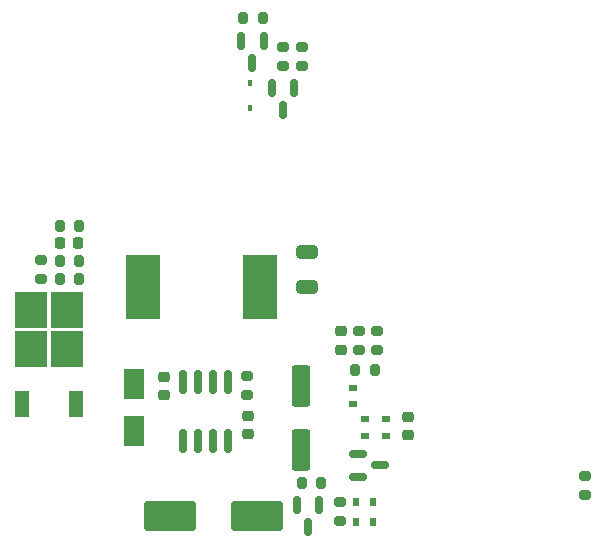
<source format=gbr>
%TF.GenerationSoftware,KiCad,Pcbnew,(6.0.11-0)*%
%TF.CreationDate,2023-05-17T22:58:47+12:00*%
%TF.ProjectId,controller-lower-cut,636f6e74-726f-46c6-9c65-722d6c6f7765,3.2*%
%TF.SameCoordinates,PX1c9c380PY1312d00*%
%TF.FileFunction,Paste,Top*%
%TF.FilePolarity,Positive*%
%FSLAX46Y46*%
G04 Gerber Fmt 4.6, Leading zero omitted, Abs format (unit mm)*
G04 Created by KiCad (PCBNEW (6.0.11-0)) date 2023-05-17 22:58:47*
%MOMM*%
%LPD*%
G01*
G04 APERTURE LIST*
G04 Aperture macros list*
%AMRoundRect*
0 Rectangle with rounded corners*
0 $1 Rounding radius*
0 $2 $3 $4 $5 $6 $7 $8 $9 X,Y pos of 4 corners*
0 Add a 4 corners polygon primitive as box body*
4,1,4,$2,$3,$4,$5,$6,$7,$8,$9,$2,$3,0*
0 Add four circle primitives for the rounded corners*
1,1,$1+$1,$2,$3*
1,1,$1+$1,$4,$5*
1,1,$1+$1,$6,$7*
1,1,$1+$1,$8,$9*
0 Add four rect primitives between the rounded corners*
20,1,$1+$1,$2,$3,$4,$5,0*
20,1,$1+$1,$4,$5,$6,$7,0*
20,1,$1+$1,$6,$7,$8,$9,0*
20,1,$1+$1,$8,$9,$2,$3,0*%
G04 Aperture macros list end*
%ADD10R,2.900000X5.400000*%
%ADD11RoundRect,0.225000X0.250000X-0.225000X0.250000X0.225000X-0.250000X0.225000X-0.250000X-0.225000X0*%
%ADD12RoundRect,0.225000X-0.250000X0.225000X-0.250000X-0.225000X0.250000X-0.225000X0.250000X0.225000X0*%
%ADD13RoundRect,0.200000X-0.275000X0.200000X-0.275000X-0.200000X0.275000X-0.200000X0.275000X0.200000X0*%
%ADD14RoundRect,0.200000X0.275000X-0.200000X0.275000X0.200000X-0.275000X0.200000X-0.275000X-0.200000X0*%
%ADD15R,0.700000X0.600000*%
%ADD16RoundRect,0.200000X-0.200000X-0.275000X0.200000X-0.275000X0.200000X0.275000X-0.200000X0.275000X0*%
%ADD17R,0.600000X0.700000*%
%ADD18RoundRect,0.150000X-0.150000X0.587500X-0.150000X-0.587500X0.150000X-0.587500X0.150000X0.587500X0*%
%ADD19R,2.750000X3.050000*%
%ADD20R,1.200000X2.200000*%
%ADD21RoundRect,0.250000X-1.950000X-1.000000X1.950000X-1.000000X1.950000X1.000000X-1.950000X1.000000X0*%
%ADD22RoundRect,0.250000X-0.550000X1.500000X-0.550000X-1.500000X0.550000X-1.500000X0.550000X1.500000X0*%
%ADD23RoundRect,0.250000X-0.650000X0.325000X-0.650000X-0.325000X0.650000X-0.325000X0.650000X0.325000X0*%
%ADD24R,0.450000X0.600000*%
%ADD25RoundRect,0.200000X0.200000X0.275000X-0.200000X0.275000X-0.200000X-0.275000X0.200000X-0.275000X0*%
%ADD26RoundRect,0.150000X0.150000X-0.825000X0.150000X0.825000X-0.150000X0.825000X-0.150000X-0.825000X0*%
%ADD27RoundRect,0.225000X0.225000X0.250000X-0.225000X0.250000X-0.225000X-0.250000X0.225000X-0.250000X0*%
%ADD28RoundRect,0.150000X-0.587500X-0.150000X0.587500X-0.150000X0.587500X0.150000X-0.587500X0.150000X0*%
%ADD29R,1.800000X2.500000*%
G04 APERTURE END LIST*
D10*
%TO.C,L1*%
X27600000Y-61410000D03*
X37500000Y-61410000D03*
%TD*%
D11*
%TO.C,C5*%
X36500000Y-73875000D03*
X36500000Y-72325000D03*
%TD*%
D12*
%TO.C,C1*%
X44400000Y-65150000D03*
X44400000Y-66700000D03*
%TD*%
D13*
%TO.C,R12*%
X36449999Y-68935000D03*
X36449999Y-70585000D03*
%TD*%
D14*
%TO.C,R6*%
X45900000Y-66750000D03*
X45900000Y-65100000D03*
%TD*%
%TO.C,R14*%
X41140000Y-42725000D03*
X41140000Y-41075000D03*
%TD*%
D15*
%TO.C,D3*%
X46400000Y-73992893D03*
X46400000Y-72592893D03*
%TD*%
D13*
%TO.C,R15*%
X39500000Y-41075000D03*
X39500000Y-42725000D03*
%TD*%
D16*
%TO.C,R7*%
X20575000Y-60700000D03*
X22225000Y-60700000D03*
%TD*%
D17*
%TO.C,D5*%
X47100000Y-81300000D03*
X45700000Y-81300000D03*
%TD*%
D14*
%TO.C,R5*%
X65100000Y-79017893D03*
X65100000Y-77367893D03*
%TD*%
D18*
%TO.C,Q4*%
X40450000Y-44562500D03*
X38550000Y-44562500D03*
X39500000Y-46437500D03*
%TD*%
D19*
%TO.C,Q2*%
X18125000Y-66675000D03*
X21175000Y-66675000D03*
X21175000Y-63325000D03*
X18125000Y-63325000D03*
D20*
X17370000Y-71300000D03*
X21930000Y-71300000D03*
%TD*%
D13*
%TO.C,R8*%
X19000000Y-59075000D03*
X19000000Y-60725000D03*
%TD*%
D15*
%TO.C,D1*%
X45437500Y-71337500D03*
X45437500Y-69937500D03*
%TD*%
D11*
%TO.C,C6*%
X29450000Y-70534999D03*
X29450000Y-68984999D03*
%TD*%
D21*
%TO.C,C4*%
X29900000Y-80760000D03*
X37300000Y-80760000D03*
%TD*%
D11*
%TO.C,C2*%
X50100000Y-73967893D03*
X50100000Y-72417893D03*
%TD*%
D16*
%TO.C,R16*%
X36110000Y-38645000D03*
X37760000Y-38645000D03*
%TD*%
D22*
%TO.C,C8*%
X41000000Y-69800000D03*
X41000000Y-75200000D03*
%TD*%
D17*
%TO.C,D4*%
X45700000Y-79600000D03*
X47100000Y-79600000D03*
%TD*%
D16*
%TO.C,R9*%
X20575000Y-56200000D03*
X22225000Y-56200000D03*
%TD*%
D23*
%TO.C,C7*%
X41525000Y-58450000D03*
X41525000Y-61400000D03*
%TD*%
D18*
%TO.C,Q3*%
X42550000Y-79862500D03*
X40650000Y-79862500D03*
X41600000Y-81737500D03*
%TD*%
D16*
%TO.C,R11*%
X41075000Y-78000000D03*
X42725000Y-78000000D03*
%TD*%
D14*
%TO.C,R2*%
X47425000Y-66750000D03*
X47425000Y-65100000D03*
%TD*%
D24*
%TO.C,D11*%
X36700000Y-44150000D03*
X36700000Y-46250000D03*
%TD*%
D25*
%TO.C,R3*%
X47275000Y-68425000D03*
X45625000Y-68425000D03*
%TD*%
D26*
%TO.C,U1*%
X31045000Y-74434999D03*
X32315000Y-74434999D03*
X33585000Y-74434999D03*
X34855000Y-74434999D03*
X34855000Y-69484999D03*
X33585000Y-69484999D03*
X32315000Y-69484999D03*
X31045000Y-69484999D03*
%TD*%
D15*
%TO.C,D2*%
X48200000Y-73992893D03*
X48200000Y-72592893D03*
%TD*%
D27*
%TO.C,C3*%
X22175000Y-57700000D03*
X20625000Y-57700000D03*
%TD*%
D28*
%TO.C,Q1*%
X45862500Y-75550000D03*
X45862500Y-77450000D03*
X47737500Y-76500000D03*
%TD*%
D14*
%TO.C,R10*%
X44300000Y-81225000D03*
X44300000Y-79575000D03*
%TD*%
D25*
%TO.C,R4*%
X22225000Y-59200000D03*
X20575000Y-59200000D03*
%TD*%
D29*
%TO.C,D6*%
X26900000Y-69610000D03*
X26900000Y-73610000D03*
%TD*%
D18*
%TO.C,Q5*%
X37850000Y-40562500D03*
X35950000Y-40562500D03*
X36900000Y-42437500D03*
%TD*%
M02*

</source>
